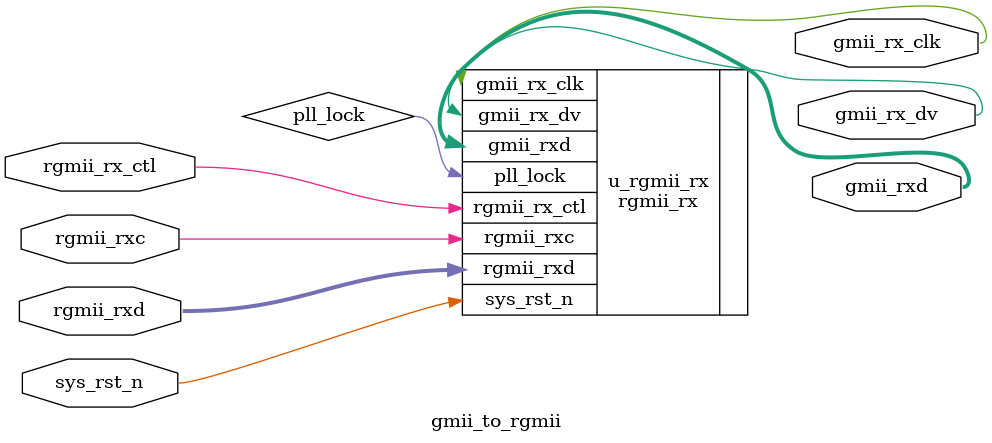
<source format=v>
`timescale  1ns/1ns

module gmii_to_rgmii(
    input  wire            sys_rst_n        ,
    output wire            gmii_rx_clk      ,
    output wire            gmii_rx_dv       ,
    output wire     [7:0]  gmii_rxd         ,

    input  wire            rgmii_rxc        ,
    input  wire            rgmii_rx_ctl     ,
    input  wire     [3:0]  rgmii_rxd             
);

wire   pll_lock  ;

rgmii_rx u_rgmii_rx(
    .sys_rst_n      (sys_rst_n),
    .rgmii_rxc     (rgmii_rxc   ),
    .rgmii_rx_ctl  (rgmii_rx_ctl),
    .rgmii_rxd     (rgmii_rxd   ),
    
    .gmii_rx_clk   (gmii_rx_clk ),
    .gmii_rx_dv    (gmii_rx_dv  ),
    .gmii_rxd      (gmii_rxd    ),

    .pll_lock      (pll_lock    )
);

endmodule
</source>
